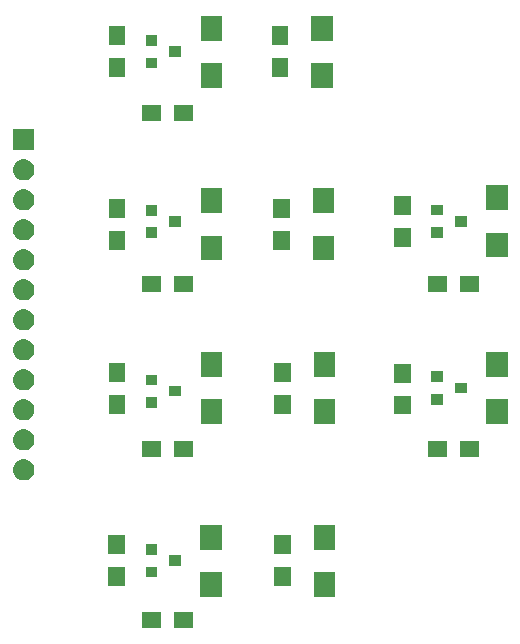
<source format=gbr>
G04 #@! TF.GenerationSoftware,KiCad,Pcbnew,5.0.1*
G04 #@! TF.CreationDate,2019-03-20T13:16:04+05:30*
G04 #@! TF.ProjectId,switches,73776974636865732E6B696361645F70,rev?*
G04 #@! TF.SameCoordinates,Original*
G04 #@! TF.FileFunction,Soldermask,Top*
G04 #@! TF.FilePolarity,Negative*
%FSLAX46Y46*%
G04 Gerber Fmt 4.6, Leading zero omitted, Abs format (unit mm)*
G04 Created by KiCad (PCBNEW 5.0.1) date Wed 20 Mar 2019 01:16:04 PM IST*
%MOMM*%
%LPD*%
G01*
G04 APERTURE LIST*
%ADD10C,0.100000*%
G04 APERTURE END LIST*
D10*
G36*
X112115000Y-124907000D02*
X110513000Y-124907000D01*
X110513000Y-123505000D01*
X112115000Y-123505000D01*
X112115000Y-124907000D01*
X112115000Y-124907000D01*
G37*
G36*
X109415000Y-124907000D02*
X107813000Y-124907000D01*
X107813000Y-123505000D01*
X109415000Y-123505000D01*
X109415000Y-124907000D01*
X109415000Y-124907000D01*
G37*
G36*
X124150514Y-122260815D02*
X122348514Y-122260815D01*
X122348514Y-120158815D01*
X124150514Y-120158815D01*
X124150514Y-122260815D01*
X124150514Y-122260815D01*
G37*
G36*
X114545000Y-122260815D02*
X112743000Y-122260815D01*
X112743000Y-120158815D01*
X114545000Y-120158815D01*
X114545000Y-122260815D01*
X114545000Y-122260815D01*
G37*
G36*
X106327000Y-121360815D02*
X104925000Y-121360815D01*
X104925000Y-119758815D01*
X106327000Y-119758815D01*
X106327000Y-121360815D01*
X106327000Y-121360815D01*
G37*
G36*
X120394514Y-121360815D02*
X118992514Y-121360815D01*
X118992514Y-119758815D01*
X120394514Y-119758815D01*
X120394514Y-121360815D01*
X120394514Y-121360815D01*
G37*
G36*
X109115000Y-120610815D02*
X108113000Y-120610815D01*
X108113000Y-119708815D01*
X109115000Y-119708815D01*
X109115000Y-120610815D01*
X109115000Y-120610815D01*
G37*
G36*
X111115000Y-119660815D02*
X110113000Y-119660815D01*
X110113000Y-118758815D01*
X111115000Y-118758815D01*
X111115000Y-119660815D01*
X111115000Y-119660815D01*
G37*
G36*
X109115000Y-118710815D02*
X108113000Y-118710815D01*
X108113000Y-117808815D01*
X109115000Y-117808815D01*
X109115000Y-118710815D01*
X109115000Y-118710815D01*
G37*
G36*
X120394514Y-118660815D02*
X118992514Y-118660815D01*
X118992514Y-117058815D01*
X120394514Y-117058815D01*
X120394514Y-118660815D01*
X120394514Y-118660815D01*
G37*
G36*
X106327000Y-118660815D02*
X104925000Y-118660815D01*
X104925000Y-117058815D01*
X106327000Y-117058815D01*
X106327000Y-118660815D01*
X106327000Y-118660815D01*
G37*
G36*
X114545000Y-118260815D02*
X112743000Y-118260815D01*
X112743000Y-116158815D01*
X114545000Y-116158815D01*
X114545000Y-118260815D01*
X114545000Y-118260815D01*
G37*
G36*
X124150514Y-118260815D02*
X122348514Y-118260815D01*
X122348514Y-116158815D01*
X124150514Y-116158815D01*
X124150514Y-118260815D01*
X124150514Y-118260815D01*
G37*
G36*
X97900443Y-110611519D02*
X97966627Y-110618037D01*
X98079853Y-110652384D01*
X98136467Y-110669557D01*
X98275087Y-110743652D01*
X98292991Y-110753222D01*
X98328729Y-110782552D01*
X98430186Y-110865814D01*
X98513448Y-110967271D01*
X98542778Y-111003009D01*
X98542779Y-111003011D01*
X98626443Y-111159533D01*
X98626443Y-111159534D01*
X98677963Y-111329373D01*
X98695359Y-111506000D01*
X98677963Y-111682627D01*
X98643616Y-111795853D01*
X98626443Y-111852467D01*
X98552348Y-111991087D01*
X98542778Y-112008991D01*
X98513448Y-112044729D01*
X98430186Y-112146186D01*
X98328729Y-112229448D01*
X98292991Y-112258778D01*
X98292989Y-112258779D01*
X98136467Y-112342443D01*
X98079853Y-112359616D01*
X97966627Y-112393963D01*
X97900443Y-112400481D01*
X97834260Y-112407000D01*
X97745740Y-112407000D01*
X97679557Y-112400481D01*
X97613373Y-112393963D01*
X97500147Y-112359616D01*
X97443533Y-112342443D01*
X97287011Y-112258779D01*
X97287009Y-112258778D01*
X97251271Y-112229448D01*
X97149814Y-112146186D01*
X97066552Y-112044729D01*
X97037222Y-112008991D01*
X97027652Y-111991087D01*
X96953557Y-111852467D01*
X96936384Y-111795853D01*
X96902037Y-111682627D01*
X96884641Y-111506000D01*
X96902037Y-111329373D01*
X96953557Y-111159534D01*
X96953557Y-111159533D01*
X97037221Y-111003011D01*
X97037222Y-111003009D01*
X97066552Y-110967271D01*
X97149814Y-110865814D01*
X97251271Y-110782552D01*
X97287009Y-110753222D01*
X97304913Y-110743652D01*
X97443533Y-110669557D01*
X97500147Y-110652384D01*
X97613373Y-110618037D01*
X97679557Y-110611519D01*
X97745740Y-110605000D01*
X97834260Y-110605000D01*
X97900443Y-110611519D01*
X97900443Y-110611519D01*
G37*
G36*
X112115000Y-110429000D02*
X110513000Y-110429000D01*
X110513000Y-109027000D01*
X112115000Y-109027000D01*
X112115000Y-110429000D01*
X112115000Y-110429000D01*
G37*
G36*
X136301000Y-110429000D02*
X134699000Y-110429000D01*
X134699000Y-109027000D01*
X136301000Y-109027000D01*
X136301000Y-110429000D01*
X136301000Y-110429000D01*
G37*
G36*
X133601000Y-110429000D02*
X131999000Y-110429000D01*
X131999000Y-109027000D01*
X133601000Y-109027000D01*
X133601000Y-110429000D01*
X133601000Y-110429000D01*
G37*
G36*
X109415000Y-110429000D02*
X107813000Y-110429000D01*
X107813000Y-109027000D01*
X109415000Y-109027000D01*
X109415000Y-110429000D01*
X109415000Y-110429000D01*
G37*
G36*
X97900443Y-108071519D02*
X97966627Y-108078037D01*
X98079853Y-108112384D01*
X98136467Y-108129557D01*
X98275087Y-108203652D01*
X98292991Y-108213222D01*
X98328729Y-108242552D01*
X98430186Y-108325814D01*
X98513448Y-108427271D01*
X98542778Y-108463009D01*
X98542779Y-108463011D01*
X98626443Y-108619533D01*
X98626443Y-108619534D01*
X98677963Y-108789373D01*
X98695359Y-108966000D01*
X98677963Y-109142627D01*
X98643616Y-109255853D01*
X98626443Y-109312467D01*
X98552348Y-109451087D01*
X98542778Y-109468991D01*
X98513448Y-109504729D01*
X98430186Y-109606186D01*
X98328729Y-109689448D01*
X98292991Y-109718778D01*
X98292989Y-109718779D01*
X98136467Y-109802443D01*
X98079853Y-109819616D01*
X97966627Y-109853963D01*
X97900443Y-109860481D01*
X97834260Y-109867000D01*
X97745740Y-109867000D01*
X97679557Y-109860481D01*
X97613373Y-109853963D01*
X97500147Y-109819616D01*
X97443533Y-109802443D01*
X97287011Y-109718779D01*
X97287009Y-109718778D01*
X97251271Y-109689448D01*
X97149814Y-109606186D01*
X97066552Y-109504729D01*
X97037222Y-109468991D01*
X97027652Y-109451087D01*
X96953557Y-109312467D01*
X96936384Y-109255853D01*
X96902037Y-109142627D01*
X96884641Y-108966000D01*
X96902037Y-108789373D01*
X96953557Y-108619534D01*
X96953557Y-108619533D01*
X97037221Y-108463011D01*
X97037222Y-108463009D01*
X97066552Y-108427271D01*
X97149814Y-108325814D01*
X97251271Y-108242552D01*
X97287009Y-108213222D01*
X97304913Y-108203652D01*
X97443533Y-108129557D01*
X97500147Y-108112384D01*
X97613373Y-108078037D01*
X97679557Y-108071519D01*
X97745740Y-108065000D01*
X97834260Y-108065000D01*
X97900443Y-108071519D01*
X97900443Y-108071519D01*
G37*
G36*
X124140730Y-107641725D02*
X122338730Y-107641725D01*
X122338730Y-105539725D01*
X124140730Y-105539725D01*
X124140730Y-107641725D01*
X124140730Y-107641725D01*
G37*
G36*
X114575000Y-107641725D02*
X112773000Y-107641725D01*
X112773000Y-105539725D01*
X114575000Y-105539725D01*
X114575000Y-107641725D01*
X114575000Y-107641725D01*
G37*
G36*
X138761000Y-107629000D02*
X136959000Y-107629000D01*
X136959000Y-105527000D01*
X138761000Y-105527000D01*
X138761000Y-107629000D01*
X138761000Y-107629000D01*
G37*
G36*
X97900443Y-105531519D02*
X97966627Y-105538037D01*
X98079853Y-105572384D01*
X98136467Y-105589557D01*
X98275087Y-105663652D01*
X98292991Y-105673222D01*
X98328729Y-105702552D01*
X98430186Y-105785814D01*
X98513448Y-105887271D01*
X98542778Y-105923009D01*
X98542779Y-105923011D01*
X98626443Y-106079533D01*
X98626443Y-106079534D01*
X98677963Y-106249373D01*
X98695359Y-106426000D01*
X98677963Y-106602627D01*
X98643616Y-106715853D01*
X98626443Y-106772467D01*
X98601570Y-106819000D01*
X98542778Y-106928991D01*
X98513448Y-106964729D01*
X98430186Y-107066186D01*
X98328729Y-107149448D01*
X98292991Y-107178778D01*
X98292989Y-107178779D01*
X98136467Y-107262443D01*
X98079853Y-107279616D01*
X97966627Y-107313963D01*
X97900442Y-107320482D01*
X97834260Y-107327000D01*
X97745740Y-107327000D01*
X97679558Y-107320482D01*
X97613373Y-107313963D01*
X97500147Y-107279616D01*
X97443533Y-107262443D01*
X97287011Y-107178779D01*
X97287009Y-107178778D01*
X97251271Y-107149448D01*
X97149814Y-107066186D01*
X97066552Y-106964729D01*
X97037222Y-106928991D01*
X96978430Y-106819000D01*
X96953557Y-106772467D01*
X96936384Y-106715853D01*
X96902037Y-106602627D01*
X96884641Y-106426000D01*
X96902037Y-106249373D01*
X96953557Y-106079534D01*
X96953557Y-106079533D01*
X97037221Y-105923011D01*
X97037222Y-105923009D01*
X97066552Y-105887271D01*
X97149814Y-105785814D01*
X97251271Y-105702552D01*
X97287009Y-105673222D01*
X97304913Y-105663652D01*
X97443533Y-105589557D01*
X97500147Y-105572384D01*
X97613373Y-105538037D01*
X97679558Y-105531518D01*
X97745740Y-105525000D01*
X97834260Y-105525000D01*
X97900443Y-105531519D01*
X97900443Y-105531519D01*
G37*
G36*
X130563000Y-106819000D02*
X129161000Y-106819000D01*
X129161000Y-105217000D01*
X130563000Y-105217000D01*
X130563000Y-106819000D01*
X130563000Y-106819000D01*
G37*
G36*
X120384730Y-106741725D02*
X118982730Y-106741725D01*
X118982730Y-105139725D01*
X120384730Y-105139725D01*
X120384730Y-106741725D01*
X120384730Y-106741725D01*
G37*
G36*
X106397000Y-106741725D02*
X104995000Y-106741725D01*
X104995000Y-105139725D01*
X106397000Y-105139725D01*
X106397000Y-106741725D01*
X106397000Y-106741725D01*
G37*
G36*
X109115000Y-106245725D02*
X108113000Y-106245725D01*
X108113000Y-105343725D01*
X109115000Y-105343725D01*
X109115000Y-106245725D01*
X109115000Y-106245725D01*
G37*
G36*
X133301000Y-105979000D02*
X132299000Y-105979000D01*
X132299000Y-105077000D01*
X133301000Y-105077000D01*
X133301000Y-105979000D01*
X133301000Y-105979000D01*
G37*
G36*
X111115000Y-105295725D02*
X110113000Y-105295725D01*
X110113000Y-104393725D01*
X111115000Y-104393725D01*
X111115000Y-105295725D01*
X111115000Y-105295725D01*
G37*
G36*
X135301000Y-105029000D02*
X134299000Y-105029000D01*
X134299000Y-104127000D01*
X135301000Y-104127000D01*
X135301000Y-105029000D01*
X135301000Y-105029000D01*
G37*
G36*
X97900443Y-102991519D02*
X97966627Y-102998037D01*
X98079853Y-103032384D01*
X98136467Y-103049557D01*
X98275087Y-103123652D01*
X98292991Y-103133222D01*
X98328729Y-103162552D01*
X98430186Y-103245814D01*
X98513448Y-103347271D01*
X98542778Y-103383009D01*
X98542779Y-103383011D01*
X98626443Y-103539533D01*
X98626443Y-103539534D01*
X98677963Y-103709373D01*
X98695359Y-103886000D01*
X98677963Y-104062627D01*
X98643616Y-104175853D01*
X98626443Y-104232467D01*
X98565904Y-104345725D01*
X98542778Y-104388991D01*
X98513448Y-104424729D01*
X98430186Y-104526186D01*
X98328729Y-104609448D01*
X98292991Y-104638778D01*
X98292989Y-104638779D01*
X98136467Y-104722443D01*
X98079853Y-104739616D01*
X97966627Y-104773963D01*
X97900442Y-104780482D01*
X97834260Y-104787000D01*
X97745740Y-104787000D01*
X97679558Y-104780482D01*
X97613373Y-104773963D01*
X97500147Y-104739616D01*
X97443533Y-104722443D01*
X97287011Y-104638779D01*
X97287009Y-104638778D01*
X97251271Y-104609448D01*
X97149814Y-104526186D01*
X97066552Y-104424729D01*
X97037222Y-104388991D01*
X97014096Y-104345725D01*
X96953557Y-104232467D01*
X96936384Y-104175853D01*
X96902037Y-104062627D01*
X96884641Y-103886000D01*
X96902037Y-103709373D01*
X96953557Y-103539534D01*
X96953557Y-103539533D01*
X97037221Y-103383011D01*
X97037222Y-103383009D01*
X97066552Y-103347271D01*
X97149814Y-103245814D01*
X97251271Y-103162552D01*
X97287009Y-103133222D01*
X97304913Y-103123652D01*
X97443533Y-103049557D01*
X97500147Y-103032384D01*
X97613373Y-102998037D01*
X97679557Y-102991519D01*
X97745740Y-102985000D01*
X97834260Y-102985000D01*
X97900443Y-102991519D01*
X97900443Y-102991519D01*
G37*
G36*
X109115000Y-104345725D02*
X108113000Y-104345725D01*
X108113000Y-103443725D01*
X109115000Y-103443725D01*
X109115000Y-104345725D01*
X109115000Y-104345725D01*
G37*
G36*
X130563000Y-104119000D02*
X129161000Y-104119000D01*
X129161000Y-102517000D01*
X130563000Y-102517000D01*
X130563000Y-104119000D01*
X130563000Y-104119000D01*
G37*
G36*
X133301000Y-104079000D02*
X132299000Y-104079000D01*
X132299000Y-103177000D01*
X133301000Y-103177000D01*
X133301000Y-104079000D01*
X133301000Y-104079000D01*
G37*
G36*
X120384730Y-104041725D02*
X118982730Y-104041725D01*
X118982730Y-102439725D01*
X120384730Y-102439725D01*
X120384730Y-104041725D01*
X120384730Y-104041725D01*
G37*
G36*
X106397000Y-104041725D02*
X104995000Y-104041725D01*
X104995000Y-102439725D01*
X106397000Y-102439725D01*
X106397000Y-104041725D01*
X106397000Y-104041725D01*
G37*
G36*
X114575000Y-103641725D02*
X112773000Y-103641725D01*
X112773000Y-101539725D01*
X114575000Y-101539725D01*
X114575000Y-103641725D01*
X114575000Y-103641725D01*
G37*
G36*
X124140730Y-103641725D02*
X122338730Y-103641725D01*
X122338730Y-101539725D01*
X124140730Y-101539725D01*
X124140730Y-103641725D01*
X124140730Y-103641725D01*
G37*
G36*
X138761000Y-103629000D02*
X136959000Y-103629000D01*
X136959000Y-101527000D01*
X138761000Y-101527000D01*
X138761000Y-103629000D01*
X138761000Y-103629000D01*
G37*
G36*
X97900443Y-100451519D02*
X97966627Y-100458037D01*
X98079853Y-100492384D01*
X98136467Y-100509557D01*
X98275087Y-100583652D01*
X98292991Y-100593222D01*
X98328729Y-100622552D01*
X98430186Y-100705814D01*
X98513448Y-100807271D01*
X98542778Y-100843009D01*
X98542779Y-100843011D01*
X98626443Y-100999533D01*
X98626443Y-100999534D01*
X98677963Y-101169373D01*
X98695359Y-101346000D01*
X98677963Y-101522627D01*
X98676636Y-101527000D01*
X98626443Y-101692467D01*
X98552348Y-101831087D01*
X98542778Y-101848991D01*
X98513448Y-101884729D01*
X98430186Y-101986186D01*
X98328729Y-102069448D01*
X98292991Y-102098778D01*
X98292989Y-102098779D01*
X98136467Y-102182443D01*
X98079853Y-102199616D01*
X97966627Y-102233963D01*
X97900443Y-102240481D01*
X97834260Y-102247000D01*
X97745740Y-102247000D01*
X97679557Y-102240481D01*
X97613373Y-102233963D01*
X97500147Y-102199616D01*
X97443533Y-102182443D01*
X97287011Y-102098779D01*
X97287009Y-102098778D01*
X97251271Y-102069448D01*
X97149814Y-101986186D01*
X97066552Y-101884729D01*
X97037222Y-101848991D01*
X97027652Y-101831087D01*
X96953557Y-101692467D01*
X96903364Y-101527000D01*
X96902037Y-101522627D01*
X96884641Y-101346000D01*
X96902037Y-101169373D01*
X96953557Y-100999534D01*
X96953557Y-100999533D01*
X97037221Y-100843011D01*
X97037222Y-100843009D01*
X97066552Y-100807271D01*
X97149814Y-100705814D01*
X97251271Y-100622552D01*
X97287009Y-100593222D01*
X97304913Y-100583652D01*
X97443533Y-100509557D01*
X97500147Y-100492384D01*
X97613373Y-100458037D01*
X97679557Y-100451519D01*
X97745740Y-100445000D01*
X97834260Y-100445000D01*
X97900443Y-100451519D01*
X97900443Y-100451519D01*
G37*
G36*
X97900442Y-97911518D02*
X97966627Y-97918037D01*
X98079853Y-97952384D01*
X98136467Y-97969557D01*
X98275087Y-98043652D01*
X98292991Y-98053222D01*
X98328729Y-98082552D01*
X98430186Y-98165814D01*
X98513448Y-98267271D01*
X98542778Y-98303009D01*
X98542779Y-98303011D01*
X98626443Y-98459533D01*
X98626443Y-98459534D01*
X98677963Y-98629373D01*
X98695359Y-98806000D01*
X98677963Y-98982627D01*
X98643616Y-99095853D01*
X98626443Y-99152467D01*
X98552348Y-99291087D01*
X98542778Y-99308991D01*
X98513448Y-99344729D01*
X98430186Y-99446186D01*
X98328729Y-99529448D01*
X98292991Y-99558778D01*
X98292989Y-99558779D01*
X98136467Y-99642443D01*
X98079853Y-99659616D01*
X97966627Y-99693963D01*
X97900442Y-99700482D01*
X97834260Y-99707000D01*
X97745740Y-99707000D01*
X97679558Y-99700482D01*
X97613373Y-99693963D01*
X97500147Y-99659616D01*
X97443533Y-99642443D01*
X97287011Y-99558779D01*
X97287009Y-99558778D01*
X97251271Y-99529448D01*
X97149814Y-99446186D01*
X97066552Y-99344729D01*
X97037222Y-99308991D01*
X97027652Y-99291087D01*
X96953557Y-99152467D01*
X96936384Y-99095853D01*
X96902037Y-98982627D01*
X96884641Y-98806000D01*
X96902037Y-98629373D01*
X96953557Y-98459534D01*
X96953557Y-98459533D01*
X97037221Y-98303011D01*
X97037222Y-98303009D01*
X97066552Y-98267271D01*
X97149814Y-98165814D01*
X97251271Y-98082552D01*
X97287009Y-98053222D01*
X97304913Y-98043652D01*
X97443533Y-97969557D01*
X97500147Y-97952384D01*
X97613373Y-97918037D01*
X97679558Y-97911518D01*
X97745740Y-97905000D01*
X97834260Y-97905000D01*
X97900442Y-97911518D01*
X97900442Y-97911518D01*
G37*
G36*
X97900443Y-95371519D02*
X97966627Y-95378037D01*
X98079853Y-95412384D01*
X98136467Y-95429557D01*
X98275087Y-95503652D01*
X98292991Y-95513222D01*
X98328729Y-95542552D01*
X98430186Y-95625814D01*
X98513448Y-95727271D01*
X98542778Y-95763009D01*
X98542779Y-95763011D01*
X98626443Y-95919533D01*
X98626443Y-95919534D01*
X98677963Y-96089373D01*
X98695359Y-96266000D01*
X98677963Y-96442627D01*
X98672996Y-96459000D01*
X98626443Y-96612467D01*
X98552348Y-96751087D01*
X98542778Y-96768991D01*
X98513448Y-96804729D01*
X98430186Y-96906186D01*
X98328729Y-96989448D01*
X98292991Y-97018778D01*
X98292989Y-97018779D01*
X98136467Y-97102443D01*
X98079853Y-97119616D01*
X97966627Y-97153963D01*
X97900443Y-97160481D01*
X97834260Y-97167000D01*
X97745740Y-97167000D01*
X97679557Y-97160481D01*
X97613373Y-97153963D01*
X97500147Y-97119616D01*
X97443533Y-97102443D01*
X97287011Y-97018779D01*
X97287009Y-97018778D01*
X97251271Y-96989448D01*
X97149814Y-96906186D01*
X97066552Y-96804729D01*
X97037222Y-96768991D01*
X97027652Y-96751087D01*
X96953557Y-96612467D01*
X96907004Y-96459000D01*
X96902037Y-96442627D01*
X96884641Y-96266000D01*
X96902037Y-96089373D01*
X96953557Y-95919534D01*
X96953557Y-95919533D01*
X97037221Y-95763011D01*
X97037222Y-95763009D01*
X97066552Y-95727271D01*
X97149814Y-95625814D01*
X97251271Y-95542552D01*
X97287009Y-95513222D01*
X97304913Y-95503652D01*
X97443533Y-95429557D01*
X97500147Y-95412384D01*
X97613373Y-95378037D01*
X97679557Y-95371519D01*
X97745740Y-95365000D01*
X97834260Y-95365000D01*
X97900443Y-95371519D01*
X97900443Y-95371519D01*
G37*
G36*
X112115000Y-96459000D02*
X110513000Y-96459000D01*
X110513000Y-95057000D01*
X112115000Y-95057000D01*
X112115000Y-96459000D01*
X112115000Y-96459000D01*
G37*
G36*
X136301000Y-96459000D02*
X134699000Y-96459000D01*
X134699000Y-95057000D01*
X136301000Y-95057000D01*
X136301000Y-96459000D01*
X136301000Y-96459000D01*
G37*
G36*
X133601000Y-96459000D02*
X131999000Y-96459000D01*
X131999000Y-95057000D01*
X133601000Y-95057000D01*
X133601000Y-96459000D01*
X133601000Y-96459000D01*
G37*
G36*
X109415000Y-96459000D02*
X107813000Y-96459000D01*
X107813000Y-95057000D01*
X109415000Y-95057000D01*
X109415000Y-96459000D01*
X109415000Y-96459000D01*
G37*
G36*
X97900442Y-92831518D02*
X97966627Y-92838037D01*
X98079853Y-92872384D01*
X98136467Y-92889557D01*
X98275087Y-92963652D01*
X98292991Y-92973222D01*
X98328729Y-93002552D01*
X98430186Y-93085814D01*
X98513448Y-93187271D01*
X98542778Y-93223009D01*
X98542779Y-93223011D01*
X98626443Y-93379533D01*
X98626443Y-93379534D01*
X98677963Y-93549373D01*
X98695359Y-93726000D01*
X98677963Y-93902627D01*
X98643616Y-94015853D01*
X98626443Y-94072467D01*
X98552348Y-94211087D01*
X98542778Y-94228991D01*
X98513448Y-94264729D01*
X98430186Y-94366186D01*
X98328729Y-94449448D01*
X98292991Y-94478778D01*
X98292989Y-94478779D01*
X98136467Y-94562443D01*
X98079853Y-94579616D01*
X97966627Y-94613963D01*
X97900443Y-94620481D01*
X97834260Y-94627000D01*
X97745740Y-94627000D01*
X97679557Y-94620481D01*
X97613373Y-94613963D01*
X97500147Y-94579616D01*
X97443533Y-94562443D01*
X97287011Y-94478779D01*
X97287009Y-94478778D01*
X97251271Y-94449448D01*
X97149814Y-94366186D01*
X97066552Y-94264729D01*
X97037222Y-94228991D01*
X97027652Y-94211087D01*
X96953557Y-94072467D01*
X96936384Y-94015853D01*
X96902037Y-93902627D01*
X96884641Y-93726000D01*
X96902037Y-93549373D01*
X96953557Y-93379534D01*
X96953557Y-93379533D01*
X97037221Y-93223011D01*
X97037222Y-93223009D01*
X97066552Y-93187271D01*
X97149814Y-93085814D01*
X97251271Y-93002552D01*
X97287009Y-92973222D01*
X97304913Y-92963652D01*
X97443533Y-92889557D01*
X97500147Y-92872384D01*
X97613373Y-92838037D01*
X97679558Y-92831518D01*
X97745740Y-92825000D01*
X97834260Y-92825000D01*
X97900442Y-92831518D01*
X97900442Y-92831518D01*
G37*
G36*
X124083653Y-93784635D02*
X122281653Y-93784635D01*
X122281653Y-91682635D01*
X124083653Y-91682635D01*
X124083653Y-93784635D01*
X124083653Y-93784635D01*
G37*
G36*
X114575000Y-93784635D02*
X112773000Y-93784635D01*
X112773000Y-91682635D01*
X114575000Y-91682635D01*
X114575000Y-93784635D01*
X114575000Y-93784635D01*
G37*
G36*
X138761000Y-93517905D02*
X136959000Y-93517905D01*
X136959000Y-91415905D01*
X138761000Y-91415905D01*
X138761000Y-93517905D01*
X138761000Y-93517905D01*
G37*
G36*
X106397000Y-92884635D02*
X104995000Y-92884635D01*
X104995000Y-91282635D01*
X106397000Y-91282635D01*
X106397000Y-92884635D01*
X106397000Y-92884635D01*
G37*
G36*
X120327653Y-92884635D02*
X118925653Y-92884635D01*
X118925653Y-91282635D01*
X120327653Y-91282635D01*
X120327653Y-92884635D01*
X120327653Y-92884635D01*
G37*
G36*
X130563000Y-92617905D02*
X129161000Y-92617905D01*
X129161000Y-91015905D01*
X130563000Y-91015905D01*
X130563000Y-92617905D01*
X130563000Y-92617905D01*
G37*
G36*
X97900443Y-90291519D02*
X97966627Y-90298037D01*
X98079853Y-90332384D01*
X98136467Y-90349557D01*
X98275087Y-90423652D01*
X98292991Y-90433222D01*
X98328729Y-90462552D01*
X98430186Y-90545814D01*
X98513448Y-90647271D01*
X98542778Y-90683009D01*
X98542779Y-90683011D01*
X98626443Y-90839533D01*
X98626443Y-90839534D01*
X98677963Y-91009373D01*
X98695359Y-91186000D01*
X98677963Y-91362627D01*
X98661801Y-91415905D01*
X98626443Y-91532467D01*
X98552348Y-91671087D01*
X98542778Y-91688991D01*
X98513448Y-91724729D01*
X98430186Y-91826186D01*
X98328729Y-91909448D01*
X98292991Y-91938778D01*
X98292989Y-91938779D01*
X98136467Y-92022443D01*
X98079853Y-92039616D01*
X97966627Y-92073963D01*
X97900443Y-92080481D01*
X97834260Y-92087000D01*
X97745740Y-92087000D01*
X97679557Y-92080481D01*
X97613373Y-92073963D01*
X97500147Y-92039616D01*
X97443533Y-92022443D01*
X97287011Y-91938779D01*
X97287009Y-91938778D01*
X97251271Y-91909448D01*
X97149814Y-91826186D01*
X97066552Y-91724729D01*
X97037222Y-91688991D01*
X97027652Y-91671087D01*
X96953557Y-91532467D01*
X96918199Y-91415905D01*
X96902037Y-91362627D01*
X96884641Y-91186000D01*
X96902037Y-91009373D01*
X96953557Y-90839534D01*
X96953557Y-90839533D01*
X97037221Y-90683011D01*
X97037222Y-90683009D01*
X97066552Y-90647271D01*
X97149814Y-90545814D01*
X97251271Y-90462552D01*
X97287009Y-90433222D01*
X97304913Y-90423652D01*
X97443533Y-90349557D01*
X97500147Y-90332384D01*
X97613373Y-90298037D01*
X97679557Y-90291519D01*
X97745740Y-90285000D01*
X97834260Y-90285000D01*
X97900443Y-90291519D01*
X97900443Y-90291519D01*
G37*
G36*
X109115000Y-91880635D02*
X108113000Y-91880635D01*
X108113000Y-90978635D01*
X109115000Y-90978635D01*
X109115000Y-91880635D01*
X109115000Y-91880635D01*
G37*
G36*
X133301000Y-91867905D02*
X132299000Y-91867905D01*
X132299000Y-90965905D01*
X133301000Y-90965905D01*
X133301000Y-91867905D01*
X133301000Y-91867905D01*
G37*
G36*
X111115000Y-90930635D02*
X110113000Y-90930635D01*
X110113000Y-90028635D01*
X111115000Y-90028635D01*
X111115000Y-90930635D01*
X111115000Y-90930635D01*
G37*
G36*
X135301000Y-90917905D02*
X134299000Y-90917905D01*
X134299000Y-90015905D01*
X135301000Y-90015905D01*
X135301000Y-90917905D01*
X135301000Y-90917905D01*
G37*
G36*
X106397000Y-90184635D02*
X104995000Y-90184635D01*
X104995000Y-88582635D01*
X106397000Y-88582635D01*
X106397000Y-90184635D01*
X106397000Y-90184635D01*
G37*
G36*
X120327653Y-90184635D02*
X118925653Y-90184635D01*
X118925653Y-88582635D01*
X120327653Y-88582635D01*
X120327653Y-90184635D01*
X120327653Y-90184635D01*
G37*
G36*
X109115000Y-89980635D02*
X108113000Y-89980635D01*
X108113000Y-89078635D01*
X109115000Y-89078635D01*
X109115000Y-89980635D01*
X109115000Y-89980635D01*
G37*
G36*
X133301000Y-89967905D02*
X132299000Y-89967905D01*
X132299000Y-89065905D01*
X133301000Y-89065905D01*
X133301000Y-89967905D01*
X133301000Y-89967905D01*
G37*
G36*
X130563000Y-89917905D02*
X129161000Y-89917905D01*
X129161000Y-88315905D01*
X130563000Y-88315905D01*
X130563000Y-89917905D01*
X130563000Y-89917905D01*
G37*
G36*
X124083653Y-89784635D02*
X122281653Y-89784635D01*
X122281653Y-87682635D01*
X124083653Y-87682635D01*
X124083653Y-89784635D01*
X124083653Y-89784635D01*
G37*
G36*
X114575000Y-89784635D02*
X112773000Y-89784635D01*
X112773000Y-87682635D01*
X114575000Y-87682635D01*
X114575000Y-89784635D01*
X114575000Y-89784635D01*
G37*
G36*
X97900442Y-87751518D02*
X97966627Y-87758037D01*
X98079853Y-87792384D01*
X98136467Y-87809557D01*
X98275087Y-87883652D01*
X98292991Y-87893222D01*
X98328729Y-87922552D01*
X98430186Y-88005814D01*
X98513448Y-88107271D01*
X98542778Y-88143009D01*
X98542779Y-88143011D01*
X98626443Y-88299533D01*
X98626443Y-88299534D01*
X98677963Y-88469373D01*
X98695359Y-88646000D01*
X98677963Y-88822627D01*
X98643616Y-88935853D01*
X98626443Y-88992467D01*
X98552348Y-89131087D01*
X98542778Y-89148991D01*
X98513448Y-89184729D01*
X98430186Y-89286186D01*
X98328729Y-89369448D01*
X98292991Y-89398778D01*
X98292989Y-89398779D01*
X98136467Y-89482443D01*
X98079853Y-89499616D01*
X97966627Y-89533963D01*
X97900442Y-89540482D01*
X97834260Y-89547000D01*
X97745740Y-89547000D01*
X97679558Y-89540482D01*
X97613373Y-89533963D01*
X97500147Y-89499616D01*
X97443533Y-89482443D01*
X97287011Y-89398779D01*
X97287009Y-89398778D01*
X97251271Y-89369448D01*
X97149814Y-89286186D01*
X97066552Y-89184729D01*
X97037222Y-89148991D01*
X97027652Y-89131087D01*
X96953557Y-88992467D01*
X96936384Y-88935853D01*
X96902037Y-88822627D01*
X96884641Y-88646000D01*
X96902037Y-88469373D01*
X96953557Y-88299534D01*
X96953557Y-88299533D01*
X97037221Y-88143011D01*
X97037222Y-88143009D01*
X97066552Y-88107271D01*
X97149814Y-88005814D01*
X97251271Y-87922552D01*
X97287009Y-87893222D01*
X97304913Y-87883652D01*
X97443533Y-87809557D01*
X97500147Y-87792384D01*
X97613373Y-87758037D01*
X97679558Y-87751518D01*
X97745740Y-87745000D01*
X97834260Y-87745000D01*
X97900442Y-87751518D01*
X97900442Y-87751518D01*
G37*
G36*
X138761000Y-89517905D02*
X136959000Y-89517905D01*
X136959000Y-87415905D01*
X138761000Y-87415905D01*
X138761000Y-89517905D01*
X138761000Y-89517905D01*
G37*
G36*
X97900443Y-85211519D02*
X97966627Y-85218037D01*
X98079853Y-85252384D01*
X98136467Y-85269557D01*
X98275087Y-85343652D01*
X98292991Y-85353222D01*
X98328729Y-85382552D01*
X98430186Y-85465814D01*
X98513448Y-85567271D01*
X98542778Y-85603009D01*
X98542779Y-85603011D01*
X98626443Y-85759533D01*
X98626443Y-85759534D01*
X98677963Y-85929373D01*
X98695359Y-86106000D01*
X98677963Y-86282627D01*
X98643616Y-86395853D01*
X98626443Y-86452467D01*
X98552348Y-86591087D01*
X98542778Y-86608991D01*
X98513448Y-86644729D01*
X98430186Y-86746186D01*
X98328729Y-86829448D01*
X98292991Y-86858778D01*
X98292989Y-86858779D01*
X98136467Y-86942443D01*
X98079853Y-86959616D01*
X97966627Y-86993963D01*
X97900442Y-87000482D01*
X97834260Y-87007000D01*
X97745740Y-87007000D01*
X97679558Y-87000482D01*
X97613373Y-86993963D01*
X97500147Y-86959616D01*
X97443533Y-86942443D01*
X97287011Y-86858779D01*
X97287009Y-86858778D01*
X97251271Y-86829448D01*
X97149814Y-86746186D01*
X97066552Y-86644729D01*
X97037222Y-86608991D01*
X97027652Y-86591087D01*
X96953557Y-86452467D01*
X96936384Y-86395853D01*
X96902037Y-86282627D01*
X96884641Y-86106000D01*
X96902037Y-85929373D01*
X96953557Y-85759534D01*
X96953557Y-85759533D01*
X97037221Y-85603011D01*
X97037222Y-85603009D01*
X97066552Y-85567271D01*
X97149814Y-85465814D01*
X97251271Y-85382552D01*
X97287009Y-85353222D01*
X97304913Y-85343652D01*
X97443533Y-85269557D01*
X97500147Y-85252384D01*
X97613373Y-85218037D01*
X97679557Y-85211519D01*
X97745740Y-85205000D01*
X97834260Y-85205000D01*
X97900443Y-85211519D01*
X97900443Y-85211519D01*
G37*
G36*
X98691000Y-84467000D02*
X96889000Y-84467000D01*
X96889000Y-82665000D01*
X98691000Y-82665000D01*
X98691000Y-84467000D01*
X98691000Y-84467000D01*
G37*
G36*
X109415000Y-81981000D02*
X107813000Y-81981000D01*
X107813000Y-80579000D01*
X109415000Y-80579000D01*
X109415000Y-81981000D01*
X109415000Y-81981000D01*
G37*
G36*
X112115000Y-81981000D02*
X110513000Y-81981000D01*
X110513000Y-80579000D01*
X112115000Y-80579000D01*
X112115000Y-81981000D01*
X112115000Y-81981000D01*
G37*
G36*
X123958679Y-79165545D02*
X122156679Y-79165545D01*
X122156679Y-77063545D01*
X123958679Y-77063545D01*
X123958679Y-79165545D01*
X123958679Y-79165545D01*
G37*
G36*
X114575000Y-79165545D02*
X112773000Y-79165545D01*
X112773000Y-77063545D01*
X114575000Y-77063545D01*
X114575000Y-79165545D01*
X114575000Y-79165545D01*
G37*
G36*
X120202679Y-78265545D02*
X118800679Y-78265545D01*
X118800679Y-76663545D01*
X120202679Y-76663545D01*
X120202679Y-78265545D01*
X120202679Y-78265545D01*
G37*
G36*
X106397000Y-78265545D02*
X104995000Y-78265545D01*
X104995000Y-76663545D01*
X106397000Y-76663545D01*
X106397000Y-78265545D01*
X106397000Y-78265545D01*
G37*
G36*
X109115000Y-77515545D02*
X108113000Y-77515545D01*
X108113000Y-76613545D01*
X109115000Y-76613545D01*
X109115000Y-77515545D01*
X109115000Y-77515545D01*
G37*
G36*
X111115000Y-76565545D02*
X110113000Y-76565545D01*
X110113000Y-75663545D01*
X111115000Y-75663545D01*
X111115000Y-76565545D01*
X111115000Y-76565545D01*
G37*
G36*
X109115000Y-75615545D02*
X108113000Y-75615545D01*
X108113000Y-74713545D01*
X109115000Y-74713545D01*
X109115000Y-75615545D01*
X109115000Y-75615545D01*
G37*
G36*
X106397000Y-75565545D02*
X104995000Y-75565545D01*
X104995000Y-73963545D01*
X106397000Y-73963545D01*
X106397000Y-75565545D01*
X106397000Y-75565545D01*
G37*
G36*
X120202679Y-75565545D02*
X118800679Y-75565545D01*
X118800679Y-73963545D01*
X120202679Y-73963545D01*
X120202679Y-75565545D01*
X120202679Y-75565545D01*
G37*
G36*
X123958679Y-75165545D02*
X122156679Y-75165545D01*
X122156679Y-73063545D01*
X123958679Y-73063545D01*
X123958679Y-75165545D01*
X123958679Y-75165545D01*
G37*
G36*
X114575000Y-75165545D02*
X112773000Y-75165545D01*
X112773000Y-73063545D01*
X114575000Y-73063545D01*
X114575000Y-75165545D01*
X114575000Y-75165545D01*
G37*
M02*

</source>
